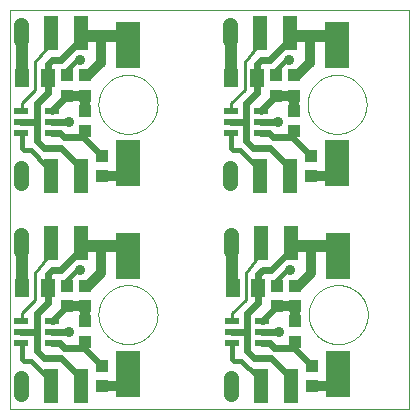
<source format=gtl>
G75*
%MOIN*%
%OFA0B0*%
%FSLAX25Y25*%
%IPPOS*%
%LPD*%
%AMOC8*
5,1,8,0,0,1.08239X$1,22.5*
%
%ADD10C,0.00000*%
%ADD11R,0.07874X0.15748*%
%ADD12R,0.04331X0.03937*%
%ADD13R,0.04724X0.11811*%
%ADD14C,0.05150*%
%ADD15R,0.05000X0.02200*%
%ADD16R,0.05118X0.06299*%
%ADD17C,0.01600*%
%ADD18C,0.01000*%
%ADD19C,0.03562*%
%ADD20C,0.02400*%
%ADD21C,0.04000*%
%ADD22C,0.03200*%
D10*
X0001310Y0001539D02*
X0134381Y0001539D01*
X0134381Y0134610D01*
X0001310Y0134610D01*
X0001310Y0001539D01*
X0030798Y0032996D02*
X0030801Y0033238D01*
X0030810Y0033479D01*
X0030825Y0033720D01*
X0030845Y0033961D01*
X0030872Y0034201D01*
X0030905Y0034440D01*
X0030943Y0034679D01*
X0030987Y0034916D01*
X0031037Y0035153D01*
X0031093Y0035388D01*
X0031155Y0035621D01*
X0031222Y0035853D01*
X0031295Y0036084D01*
X0031373Y0036312D01*
X0031458Y0036538D01*
X0031547Y0036763D01*
X0031642Y0036985D01*
X0031743Y0037204D01*
X0031849Y0037422D01*
X0031960Y0037636D01*
X0032077Y0037848D01*
X0032198Y0038056D01*
X0032325Y0038262D01*
X0032457Y0038464D01*
X0032594Y0038664D01*
X0032735Y0038859D01*
X0032881Y0039052D01*
X0033032Y0039240D01*
X0033188Y0039425D01*
X0033348Y0039606D01*
X0033512Y0039783D01*
X0033681Y0039956D01*
X0033854Y0040125D01*
X0034031Y0040289D01*
X0034212Y0040449D01*
X0034397Y0040605D01*
X0034585Y0040756D01*
X0034778Y0040902D01*
X0034973Y0041043D01*
X0035173Y0041180D01*
X0035375Y0041312D01*
X0035581Y0041439D01*
X0035789Y0041560D01*
X0036001Y0041677D01*
X0036215Y0041788D01*
X0036433Y0041894D01*
X0036652Y0041995D01*
X0036874Y0042090D01*
X0037099Y0042179D01*
X0037325Y0042264D01*
X0037553Y0042342D01*
X0037784Y0042415D01*
X0038016Y0042482D01*
X0038249Y0042544D01*
X0038484Y0042600D01*
X0038721Y0042650D01*
X0038958Y0042694D01*
X0039197Y0042732D01*
X0039436Y0042765D01*
X0039676Y0042792D01*
X0039917Y0042812D01*
X0040158Y0042827D01*
X0040399Y0042836D01*
X0040641Y0042839D01*
X0040883Y0042836D01*
X0041124Y0042827D01*
X0041365Y0042812D01*
X0041606Y0042792D01*
X0041846Y0042765D01*
X0042085Y0042732D01*
X0042324Y0042694D01*
X0042561Y0042650D01*
X0042798Y0042600D01*
X0043033Y0042544D01*
X0043266Y0042482D01*
X0043498Y0042415D01*
X0043729Y0042342D01*
X0043957Y0042264D01*
X0044183Y0042179D01*
X0044408Y0042090D01*
X0044630Y0041995D01*
X0044849Y0041894D01*
X0045067Y0041788D01*
X0045281Y0041677D01*
X0045493Y0041560D01*
X0045701Y0041439D01*
X0045907Y0041312D01*
X0046109Y0041180D01*
X0046309Y0041043D01*
X0046504Y0040902D01*
X0046697Y0040756D01*
X0046885Y0040605D01*
X0047070Y0040449D01*
X0047251Y0040289D01*
X0047428Y0040125D01*
X0047601Y0039956D01*
X0047770Y0039783D01*
X0047934Y0039606D01*
X0048094Y0039425D01*
X0048250Y0039240D01*
X0048401Y0039052D01*
X0048547Y0038859D01*
X0048688Y0038664D01*
X0048825Y0038464D01*
X0048957Y0038262D01*
X0049084Y0038056D01*
X0049205Y0037848D01*
X0049322Y0037636D01*
X0049433Y0037422D01*
X0049539Y0037204D01*
X0049640Y0036985D01*
X0049735Y0036763D01*
X0049824Y0036538D01*
X0049909Y0036312D01*
X0049987Y0036084D01*
X0050060Y0035853D01*
X0050127Y0035621D01*
X0050189Y0035388D01*
X0050245Y0035153D01*
X0050295Y0034916D01*
X0050339Y0034679D01*
X0050377Y0034440D01*
X0050410Y0034201D01*
X0050437Y0033961D01*
X0050457Y0033720D01*
X0050472Y0033479D01*
X0050481Y0033238D01*
X0050484Y0032996D01*
X0050481Y0032754D01*
X0050472Y0032513D01*
X0050457Y0032272D01*
X0050437Y0032031D01*
X0050410Y0031791D01*
X0050377Y0031552D01*
X0050339Y0031313D01*
X0050295Y0031076D01*
X0050245Y0030839D01*
X0050189Y0030604D01*
X0050127Y0030371D01*
X0050060Y0030139D01*
X0049987Y0029908D01*
X0049909Y0029680D01*
X0049824Y0029454D01*
X0049735Y0029229D01*
X0049640Y0029007D01*
X0049539Y0028788D01*
X0049433Y0028570D01*
X0049322Y0028356D01*
X0049205Y0028144D01*
X0049084Y0027936D01*
X0048957Y0027730D01*
X0048825Y0027528D01*
X0048688Y0027328D01*
X0048547Y0027133D01*
X0048401Y0026940D01*
X0048250Y0026752D01*
X0048094Y0026567D01*
X0047934Y0026386D01*
X0047770Y0026209D01*
X0047601Y0026036D01*
X0047428Y0025867D01*
X0047251Y0025703D01*
X0047070Y0025543D01*
X0046885Y0025387D01*
X0046697Y0025236D01*
X0046504Y0025090D01*
X0046309Y0024949D01*
X0046109Y0024812D01*
X0045907Y0024680D01*
X0045701Y0024553D01*
X0045493Y0024432D01*
X0045281Y0024315D01*
X0045067Y0024204D01*
X0044849Y0024098D01*
X0044630Y0023997D01*
X0044408Y0023902D01*
X0044183Y0023813D01*
X0043957Y0023728D01*
X0043729Y0023650D01*
X0043498Y0023577D01*
X0043266Y0023510D01*
X0043033Y0023448D01*
X0042798Y0023392D01*
X0042561Y0023342D01*
X0042324Y0023298D01*
X0042085Y0023260D01*
X0041846Y0023227D01*
X0041606Y0023200D01*
X0041365Y0023180D01*
X0041124Y0023165D01*
X0040883Y0023156D01*
X0040641Y0023153D01*
X0040399Y0023156D01*
X0040158Y0023165D01*
X0039917Y0023180D01*
X0039676Y0023200D01*
X0039436Y0023227D01*
X0039197Y0023260D01*
X0038958Y0023298D01*
X0038721Y0023342D01*
X0038484Y0023392D01*
X0038249Y0023448D01*
X0038016Y0023510D01*
X0037784Y0023577D01*
X0037553Y0023650D01*
X0037325Y0023728D01*
X0037099Y0023813D01*
X0036874Y0023902D01*
X0036652Y0023997D01*
X0036433Y0024098D01*
X0036215Y0024204D01*
X0036001Y0024315D01*
X0035789Y0024432D01*
X0035581Y0024553D01*
X0035375Y0024680D01*
X0035173Y0024812D01*
X0034973Y0024949D01*
X0034778Y0025090D01*
X0034585Y0025236D01*
X0034397Y0025387D01*
X0034212Y0025543D01*
X0034031Y0025703D01*
X0033854Y0025867D01*
X0033681Y0026036D01*
X0033512Y0026209D01*
X0033348Y0026386D01*
X0033188Y0026567D01*
X0033032Y0026752D01*
X0032881Y0026940D01*
X0032735Y0027133D01*
X0032594Y0027328D01*
X0032457Y0027528D01*
X0032325Y0027730D01*
X0032198Y0027936D01*
X0032077Y0028144D01*
X0031960Y0028356D01*
X0031849Y0028570D01*
X0031743Y0028788D01*
X0031642Y0029007D01*
X0031547Y0029229D01*
X0031458Y0029454D01*
X0031373Y0029680D01*
X0031295Y0029908D01*
X0031222Y0030139D01*
X0031155Y0030371D01*
X0031093Y0030604D01*
X0031037Y0030839D01*
X0030987Y0031076D01*
X0030943Y0031313D01*
X0030905Y0031552D01*
X0030872Y0031791D01*
X0030845Y0032031D01*
X0030825Y0032272D01*
X0030810Y0032513D01*
X0030801Y0032754D01*
X0030798Y0032996D01*
X0030798Y0103075D02*
X0030801Y0103317D01*
X0030810Y0103558D01*
X0030825Y0103799D01*
X0030845Y0104040D01*
X0030872Y0104280D01*
X0030905Y0104519D01*
X0030943Y0104758D01*
X0030987Y0104995D01*
X0031037Y0105232D01*
X0031093Y0105467D01*
X0031155Y0105700D01*
X0031222Y0105932D01*
X0031295Y0106163D01*
X0031373Y0106391D01*
X0031458Y0106617D01*
X0031547Y0106842D01*
X0031642Y0107064D01*
X0031743Y0107283D01*
X0031849Y0107501D01*
X0031960Y0107715D01*
X0032077Y0107927D01*
X0032198Y0108135D01*
X0032325Y0108341D01*
X0032457Y0108543D01*
X0032594Y0108743D01*
X0032735Y0108938D01*
X0032881Y0109131D01*
X0033032Y0109319D01*
X0033188Y0109504D01*
X0033348Y0109685D01*
X0033512Y0109862D01*
X0033681Y0110035D01*
X0033854Y0110204D01*
X0034031Y0110368D01*
X0034212Y0110528D01*
X0034397Y0110684D01*
X0034585Y0110835D01*
X0034778Y0110981D01*
X0034973Y0111122D01*
X0035173Y0111259D01*
X0035375Y0111391D01*
X0035581Y0111518D01*
X0035789Y0111639D01*
X0036001Y0111756D01*
X0036215Y0111867D01*
X0036433Y0111973D01*
X0036652Y0112074D01*
X0036874Y0112169D01*
X0037099Y0112258D01*
X0037325Y0112343D01*
X0037553Y0112421D01*
X0037784Y0112494D01*
X0038016Y0112561D01*
X0038249Y0112623D01*
X0038484Y0112679D01*
X0038721Y0112729D01*
X0038958Y0112773D01*
X0039197Y0112811D01*
X0039436Y0112844D01*
X0039676Y0112871D01*
X0039917Y0112891D01*
X0040158Y0112906D01*
X0040399Y0112915D01*
X0040641Y0112918D01*
X0040883Y0112915D01*
X0041124Y0112906D01*
X0041365Y0112891D01*
X0041606Y0112871D01*
X0041846Y0112844D01*
X0042085Y0112811D01*
X0042324Y0112773D01*
X0042561Y0112729D01*
X0042798Y0112679D01*
X0043033Y0112623D01*
X0043266Y0112561D01*
X0043498Y0112494D01*
X0043729Y0112421D01*
X0043957Y0112343D01*
X0044183Y0112258D01*
X0044408Y0112169D01*
X0044630Y0112074D01*
X0044849Y0111973D01*
X0045067Y0111867D01*
X0045281Y0111756D01*
X0045493Y0111639D01*
X0045701Y0111518D01*
X0045907Y0111391D01*
X0046109Y0111259D01*
X0046309Y0111122D01*
X0046504Y0110981D01*
X0046697Y0110835D01*
X0046885Y0110684D01*
X0047070Y0110528D01*
X0047251Y0110368D01*
X0047428Y0110204D01*
X0047601Y0110035D01*
X0047770Y0109862D01*
X0047934Y0109685D01*
X0048094Y0109504D01*
X0048250Y0109319D01*
X0048401Y0109131D01*
X0048547Y0108938D01*
X0048688Y0108743D01*
X0048825Y0108543D01*
X0048957Y0108341D01*
X0049084Y0108135D01*
X0049205Y0107927D01*
X0049322Y0107715D01*
X0049433Y0107501D01*
X0049539Y0107283D01*
X0049640Y0107064D01*
X0049735Y0106842D01*
X0049824Y0106617D01*
X0049909Y0106391D01*
X0049987Y0106163D01*
X0050060Y0105932D01*
X0050127Y0105700D01*
X0050189Y0105467D01*
X0050245Y0105232D01*
X0050295Y0104995D01*
X0050339Y0104758D01*
X0050377Y0104519D01*
X0050410Y0104280D01*
X0050437Y0104040D01*
X0050457Y0103799D01*
X0050472Y0103558D01*
X0050481Y0103317D01*
X0050484Y0103075D01*
X0050481Y0102833D01*
X0050472Y0102592D01*
X0050457Y0102351D01*
X0050437Y0102110D01*
X0050410Y0101870D01*
X0050377Y0101631D01*
X0050339Y0101392D01*
X0050295Y0101155D01*
X0050245Y0100918D01*
X0050189Y0100683D01*
X0050127Y0100450D01*
X0050060Y0100218D01*
X0049987Y0099987D01*
X0049909Y0099759D01*
X0049824Y0099533D01*
X0049735Y0099308D01*
X0049640Y0099086D01*
X0049539Y0098867D01*
X0049433Y0098649D01*
X0049322Y0098435D01*
X0049205Y0098223D01*
X0049084Y0098015D01*
X0048957Y0097809D01*
X0048825Y0097607D01*
X0048688Y0097407D01*
X0048547Y0097212D01*
X0048401Y0097019D01*
X0048250Y0096831D01*
X0048094Y0096646D01*
X0047934Y0096465D01*
X0047770Y0096288D01*
X0047601Y0096115D01*
X0047428Y0095946D01*
X0047251Y0095782D01*
X0047070Y0095622D01*
X0046885Y0095466D01*
X0046697Y0095315D01*
X0046504Y0095169D01*
X0046309Y0095028D01*
X0046109Y0094891D01*
X0045907Y0094759D01*
X0045701Y0094632D01*
X0045493Y0094511D01*
X0045281Y0094394D01*
X0045067Y0094283D01*
X0044849Y0094177D01*
X0044630Y0094076D01*
X0044408Y0093981D01*
X0044183Y0093892D01*
X0043957Y0093807D01*
X0043729Y0093729D01*
X0043498Y0093656D01*
X0043266Y0093589D01*
X0043033Y0093527D01*
X0042798Y0093471D01*
X0042561Y0093421D01*
X0042324Y0093377D01*
X0042085Y0093339D01*
X0041846Y0093306D01*
X0041606Y0093279D01*
X0041365Y0093259D01*
X0041124Y0093244D01*
X0040883Y0093235D01*
X0040641Y0093232D01*
X0040399Y0093235D01*
X0040158Y0093244D01*
X0039917Y0093259D01*
X0039676Y0093279D01*
X0039436Y0093306D01*
X0039197Y0093339D01*
X0038958Y0093377D01*
X0038721Y0093421D01*
X0038484Y0093471D01*
X0038249Y0093527D01*
X0038016Y0093589D01*
X0037784Y0093656D01*
X0037553Y0093729D01*
X0037325Y0093807D01*
X0037099Y0093892D01*
X0036874Y0093981D01*
X0036652Y0094076D01*
X0036433Y0094177D01*
X0036215Y0094283D01*
X0036001Y0094394D01*
X0035789Y0094511D01*
X0035581Y0094632D01*
X0035375Y0094759D01*
X0035173Y0094891D01*
X0034973Y0095028D01*
X0034778Y0095169D01*
X0034585Y0095315D01*
X0034397Y0095466D01*
X0034212Y0095622D01*
X0034031Y0095782D01*
X0033854Y0095946D01*
X0033681Y0096115D01*
X0033512Y0096288D01*
X0033348Y0096465D01*
X0033188Y0096646D01*
X0033032Y0096831D01*
X0032881Y0097019D01*
X0032735Y0097212D01*
X0032594Y0097407D01*
X0032457Y0097607D01*
X0032325Y0097809D01*
X0032198Y0098015D01*
X0032077Y0098223D01*
X0031960Y0098435D01*
X0031849Y0098649D01*
X0031743Y0098867D01*
X0031642Y0099086D01*
X0031547Y0099308D01*
X0031458Y0099533D01*
X0031373Y0099759D01*
X0031295Y0099987D01*
X0031222Y0100218D01*
X0031155Y0100450D01*
X0031093Y0100683D01*
X0031037Y0100918D01*
X0030987Y0101155D01*
X0030943Y0101392D01*
X0030905Y0101631D01*
X0030872Y0101870D01*
X0030845Y0102110D01*
X0030825Y0102351D01*
X0030810Y0102592D01*
X0030801Y0102833D01*
X0030798Y0103075D01*
X0100483Y0103075D02*
X0100486Y0103317D01*
X0100495Y0103558D01*
X0100510Y0103799D01*
X0100530Y0104040D01*
X0100557Y0104280D01*
X0100590Y0104519D01*
X0100628Y0104758D01*
X0100672Y0104995D01*
X0100722Y0105232D01*
X0100778Y0105467D01*
X0100840Y0105700D01*
X0100907Y0105932D01*
X0100980Y0106163D01*
X0101058Y0106391D01*
X0101143Y0106617D01*
X0101232Y0106842D01*
X0101327Y0107064D01*
X0101428Y0107283D01*
X0101534Y0107501D01*
X0101645Y0107715D01*
X0101762Y0107927D01*
X0101883Y0108135D01*
X0102010Y0108341D01*
X0102142Y0108543D01*
X0102279Y0108743D01*
X0102420Y0108938D01*
X0102566Y0109131D01*
X0102717Y0109319D01*
X0102873Y0109504D01*
X0103033Y0109685D01*
X0103197Y0109862D01*
X0103366Y0110035D01*
X0103539Y0110204D01*
X0103716Y0110368D01*
X0103897Y0110528D01*
X0104082Y0110684D01*
X0104270Y0110835D01*
X0104463Y0110981D01*
X0104658Y0111122D01*
X0104858Y0111259D01*
X0105060Y0111391D01*
X0105266Y0111518D01*
X0105474Y0111639D01*
X0105686Y0111756D01*
X0105900Y0111867D01*
X0106118Y0111973D01*
X0106337Y0112074D01*
X0106559Y0112169D01*
X0106784Y0112258D01*
X0107010Y0112343D01*
X0107238Y0112421D01*
X0107469Y0112494D01*
X0107701Y0112561D01*
X0107934Y0112623D01*
X0108169Y0112679D01*
X0108406Y0112729D01*
X0108643Y0112773D01*
X0108882Y0112811D01*
X0109121Y0112844D01*
X0109361Y0112871D01*
X0109602Y0112891D01*
X0109843Y0112906D01*
X0110084Y0112915D01*
X0110326Y0112918D01*
X0110568Y0112915D01*
X0110809Y0112906D01*
X0111050Y0112891D01*
X0111291Y0112871D01*
X0111531Y0112844D01*
X0111770Y0112811D01*
X0112009Y0112773D01*
X0112246Y0112729D01*
X0112483Y0112679D01*
X0112718Y0112623D01*
X0112951Y0112561D01*
X0113183Y0112494D01*
X0113414Y0112421D01*
X0113642Y0112343D01*
X0113868Y0112258D01*
X0114093Y0112169D01*
X0114315Y0112074D01*
X0114534Y0111973D01*
X0114752Y0111867D01*
X0114966Y0111756D01*
X0115178Y0111639D01*
X0115386Y0111518D01*
X0115592Y0111391D01*
X0115794Y0111259D01*
X0115994Y0111122D01*
X0116189Y0110981D01*
X0116382Y0110835D01*
X0116570Y0110684D01*
X0116755Y0110528D01*
X0116936Y0110368D01*
X0117113Y0110204D01*
X0117286Y0110035D01*
X0117455Y0109862D01*
X0117619Y0109685D01*
X0117779Y0109504D01*
X0117935Y0109319D01*
X0118086Y0109131D01*
X0118232Y0108938D01*
X0118373Y0108743D01*
X0118510Y0108543D01*
X0118642Y0108341D01*
X0118769Y0108135D01*
X0118890Y0107927D01*
X0119007Y0107715D01*
X0119118Y0107501D01*
X0119224Y0107283D01*
X0119325Y0107064D01*
X0119420Y0106842D01*
X0119509Y0106617D01*
X0119594Y0106391D01*
X0119672Y0106163D01*
X0119745Y0105932D01*
X0119812Y0105700D01*
X0119874Y0105467D01*
X0119930Y0105232D01*
X0119980Y0104995D01*
X0120024Y0104758D01*
X0120062Y0104519D01*
X0120095Y0104280D01*
X0120122Y0104040D01*
X0120142Y0103799D01*
X0120157Y0103558D01*
X0120166Y0103317D01*
X0120169Y0103075D01*
X0120166Y0102833D01*
X0120157Y0102592D01*
X0120142Y0102351D01*
X0120122Y0102110D01*
X0120095Y0101870D01*
X0120062Y0101631D01*
X0120024Y0101392D01*
X0119980Y0101155D01*
X0119930Y0100918D01*
X0119874Y0100683D01*
X0119812Y0100450D01*
X0119745Y0100218D01*
X0119672Y0099987D01*
X0119594Y0099759D01*
X0119509Y0099533D01*
X0119420Y0099308D01*
X0119325Y0099086D01*
X0119224Y0098867D01*
X0119118Y0098649D01*
X0119007Y0098435D01*
X0118890Y0098223D01*
X0118769Y0098015D01*
X0118642Y0097809D01*
X0118510Y0097607D01*
X0118373Y0097407D01*
X0118232Y0097212D01*
X0118086Y0097019D01*
X0117935Y0096831D01*
X0117779Y0096646D01*
X0117619Y0096465D01*
X0117455Y0096288D01*
X0117286Y0096115D01*
X0117113Y0095946D01*
X0116936Y0095782D01*
X0116755Y0095622D01*
X0116570Y0095466D01*
X0116382Y0095315D01*
X0116189Y0095169D01*
X0115994Y0095028D01*
X0115794Y0094891D01*
X0115592Y0094759D01*
X0115386Y0094632D01*
X0115178Y0094511D01*
X0114966Y0094394D01*
X0114752Y0094283D01*
X0114534Y0094177D01*
X0114315Y0094076D01*
X0114093Y0093981D01*
X0113868Y0093892D01*
X0113642Y0093807D01*
X0113414Y0093729D01*
X0113183Y0093656D01*
X0112951Y0093589D01*
X0112718Y0093527D01*
X0112483Y0093471D01*
X0112246Y0093421D01*
X0112009Y0093377D01*
X0111770Y0093339D01*
X0111531Y0093306D01*
X0111291Y0093279D01*
X0111050Y0093259D01*
X0110809Y0093244D01*
X0110568Y0093235D01*
X0110326Y0093232D01*
X0110084Y0093235D01*
X0109843Y0093244D01*
X0109602Y0093259D01*
X0109361Y0093279D01*
X0109121Y0093306D01*
X0108882Y0093339D01*
X0108643Y0093377D01*
X0108406Y0093421D01*
X0108169Y0093471D01*
X0107934Y0093527D01*
X0107701Y0093589D01*
X0107469Y0093656D01*
X0107238Y0093729D01*
X0107010Y0093807D01*
X0106784Y0093892D01*
X0106559Y0093981D01*
X0106337Y0094076D01*
X0106118Y0094177D01*
X0105900Y0094283D01*
X0105686Y0094394D01*
X0105474Y0094511D01*
X0105266Y0094632D01*
X0105060Y0094759D01*
X0104858Y0094891D01*
X0104658Y0095028D01*
X0104463Y0095169D01*
X0104270Y0095315D01*
X0104082Y0095466D01*
X0103897Y0095622D01*
X0103716Y0095782D01*
X0103539Y0095946D01*
X0103366Y0096115D01*
X0103197Y0096288D01*
X0103033Y0096465D01*
X0102873Y0096646D01*
X0102717Y0096831D01*
X0102566Y0097019D01*
X0102420Y0097212D01*
X0102279Y0097407D01*
X0102142Y0097607D01*
X0102010Y0097809D01*
X0101883Y0098015D01*
X0101762Y0098223D01*
X0101645Y0098435D01*
X0101534Y0098649D01*
X0101428Y0098867D01*
X0101327Y0099086D01*
X0101232Y0099308D01*
X0101143Y0099533D01*
X0101058Y0099759D01*
X0100980Y0099987D01*
X0100907Y0100218D01*
X0100840Y0100450D01*
X0100778Y0100683D01*
X0100722Y0100918D01*
X0100672Y0101155D01*
X0100628Y0101392D01*
X0100590Y0101631D01*
X0100557Y0101870D01*
X0100530Y0102110D01*
X0100510Y0102351D01*
X0100495Y0102592D01*
X0100486Y0102833D01*
X0100483Y0103075D01*
X0100876Y0032996D02*
X0100879Y0033238D01*
X0100888Y0033479D01*
X0100903Y0033720D01*
X0100923Y0033961D01*
X0100950Y0034201D01*
X0100983Y0034440D01*
X0101021Y0034679D01*
X0101065Y0034916D01*
X0101115Y0035153D01*
X0101171Y0035388D01*
X0101233Y0035621D01*
X0101300Y0035853D01*
X0101373Y0036084D01*
X0101451Y0036312D01*
X0101536Y0036538D01*
X0101625Y0036763D01*
X0101720Y0036985D01*
X0101821Y0037204D01*
X0101927Y0037422D01*
X0102038Y0037636D01*
X0102155Y0037848D01*
X0102276Y0038056D01*
X0102403Y0038262D01*
X0102535Y0038464D01*
X0102672Y0038664D01*
X0102813Y0038859D01*
X0102959Y0039052D01*
X0103110Y0039240D01*
X0103266Y0039425D01*
X0103426Y0039606D01*
X0103590Y0039783D01*
X0103759Y0039956D01*
X0103932Y0040125D01*
X0104109Y0040289D01*
X0104290Y0040449D01*
X0104475Y0040605D01*
X0104663Y0040756D01*
X0104856Y0040902D01*
X0105051Y0041043D01*
X0105251Y0041180D01*
X0105453Y0041312D01*
X0105659Y0041439D01*
X0105867Y0041560D01*
X0106079Y0041677D01*
X0106293Y0041788D01*
X0106511Y0041894D01*
X0106730Y0041995D01*
X0106952Y0042090D01*
X0107177Y0042179D01*
X0107403Y0042264D01*
X0107631Y0042342D01*
X0107862Y0042415D01*
X0108094Y0042482D01*
X0108327Y0042544D01*
X0108562Y0042600D01*
X0108799Y0042650D01*
X0109036Y0042694D01*
X0109275Y0042732D01*
X0109514Y0042765D01*
X0109754Y0042792D01*
X0109995Y0042812D01*
X0110236Y0042827D01*
X0110477Y0042836D01*
X0110719Y0042839D01*
X0110961Y0042836D01*
X0111202Y0042827D01*
X0111443Y0042812D01*
X0111684Y0042792D01*
X0111924Y0042765D01*
X0112163Y0042732D01*
X0112402Y0042694D01*
X0112639Y0042650D01*
X0112876Y0042600D01*
X0113111Y0042544D01*
X0113344Y0042482D01*
X0113576Y0042415D01*
X0113807Y0042342D01*
X0114035Y0042264D01*
X0114261Y0042179D01*
X0114486Y0042090D01*
X0114708Y0041995D01*
X0114927Y0041894D01*
X0115145Y0041788D01*
X0115359Y0041677D01*
X0115571Y0041560D01*
X0115779Y0041439D01*
X0115985Y0041312D01*
X0116187Y0041180D01*
X0116387Y0041043D01*
X0116582Y0040902D01*
X0116775Y0040756D01*
X0116963Y0040605D01*
X0117148Y0040449D01*
X0117329Y0040289D01*
X0117506Y0040125D01*
X0117679Y0039956D01*
X0117848Y0039783D01*
X0118012Y0039606D01*
X0118172Y0039425D01*
X0118328Y0039240D01*
X0118479Y0039052D01*
X0118625Y0038859D01*
X0118766Y0038664D01*
X0118903Y0038464D01*
X0119035Y0038262D01*
X0119162Y0038056D01*
X0119283Y0037848D01*
X0119400Y0037636D01*
X0119511Y0037422D01*
X0119617Y0037204D01*
X0119718Y0036985D01*
X0119813Y0036763D01*
X0119902Y0036538D01*
X0119987Y0036312D01*
X0120065Y0036084D01*
X0120138Y0035853D01*
X0120205Y0035621D01*
X0120267Y0035388D01*
X0120323Y0035153D01*
X0120373Y0034916D01*
X0120417Y0034679D01*
X0120455Y0034440D01*
X0120488Y0034201D01*
X0120515Y0033961D01*
X0120535Y0033720D01*
X0120550Y0033479D01*
X0120559Y0033238D01*
X0120562Y0032996D01*
X0120559Y0032754D01*
X0120550Y0032513D01*
X0120535Y0032272D01*
X0120515Y0032031D01*
X0120488Y0031791D01*
X0120455Y0031552D01*
X0120417Y0031313D01*
X0120373Y0031076D01*
X0120323Y0030839D01*
X0120267Y0030604D01*
X0120205Y0030371D01*
X0120138Y0030139D01*
X0120065Y0029908D01*
X0119987Y0029680D01*
X0119902Y0029454D01*
X0119813Y0029229D01*
X0119718Y0029007D01*
X0119617Y0028788D01*
X0119511Y0028570D01*
X0119400Y0028356D01*
X0119283Y0028144D01*
X0119162Y0027936D01*
X0119035Y0027730D01*
X0118903Y0027528D01*
X0118766Y0027328D01*
X0118625Y0027133D01*
X0118479Y0026940D01*
X0118328Y0026752D01*
X0118172Y0026567D01*
X0118012Y0026386D01*
X0117848Y0026209D01*
X0117679Y0026036D01*
X0117506Y0025867D01*
X0117329Y0025703D01*
X0117148Y0025543D01*
X0116963Y0025387D01*
X0116775Y0025236D01*
X0116582Y0025090D01*
X0116387Y0024949D01*
X0116187Y0024812D01*
X0115985Y0024680D01*
X0115779Y0024553D01*
X0115571Y0024432D01*
X0115359Y0024315D01*
X0115145Y0024204D01*
X0114927Y0024098D01*
X0114708Y0023997D01*
X0114486Y0023902D01*
X0114261Y0023813D01*
X0114035Y0023728D01*
X0113807Y0023650D01*
X0113576Y0023577D01*
X0113344Y0023510D01*
X0113111Y0023448D01*
X0112876Y0023392D01*
X0112639Y0023342D01*
X0112402Y0023298D01*
X0112163Y0023260D01*
X0111924Y0023227D01*
X0111684Y0023200D01*
X0111443Y0023180D01*
X0111202Y0023165D01*
X0110961Y0023156D01*
X0110719Y0023153D01*
X0110477Y0023156D01*
X0110236Y0023165D01*
X0109995Y0023180D01*
X0109754Y0023200D01*
X0109514Y0023227D01*
X0109275Y0023260D01*
X0109036Y0023298D01*
X0108799Y0023342D01*
X0108562Y0023392D01*
X0108327Y0023448D01*
X0108094Y0023510D01*
X0107862Y0023577D01*
X0107631Y0023650D01*
X0107403Y0023728D01*
X0107177Y0023813D01*
X0106952Y0023902D01*
X0106730Y0023997D01*
X0106511Y0024098D01*
X0106293Y0024204D01*
X0106079Y0024315D01*
X0105867Y0024432D01*
X0105659Y0024553D01*
X0105453Y0024680D01*
X0105251Y0024812D01*
X0105051Y0024949D01*
X0104856Y0025090D01*
X0104663Y0025236D01*
X0104475Y0025387D01*
X0104290Y0025543D01*
X0104109Y0025703D01*
X0103932Y0025867D01*
X0103759Y0026036D01*
X0103590Y0026209D01*
X0103426Y0026386D01*
X0103266Y0026567D01*
X0103110Y0026752D01*
X0102959Y0026940D01*
X0102813Y0027133D01*
X0102672Y0027328D01*
X0102535Y0027528D01*
X0102403Y0027730D01*
X0102276Y0027936D01*
X0102155Y0028144D01*
X0102038Y0028356D01*
X0101927Y0028570D01*
X0101821Y0028788D01*
X0101720Y0029007D01*
X0101625Y0029229D01*
X0101536Y0029454D01*
X0101451Y0029680D01*
X0101373Y0029908D01*
X0101300Y0030139D01*
X0101233Y0030371D01*
X0101171Y0030604D01*
X0101115Y0030839D01*
X0101065Y0031076D01*
X0101021Y0031313D01*
X0100983Y0031552D01*
X0100950Y0031791D01*
X0100923Y0032031D01*
X0100903Y0032272D01*
X0100888Y0032513D01*
X0100879Y0032754D01*
X0100876Y0032996D01*
D11*
X0110719Y0052681D03*
X0110326Y0083390D03*
X0110326Y0122760D03*
X0040641Y0122760D03*
X0040641Y0083390D03*
X0040641Y0052681D03*
X0040641Y0013311D03*
X0110719Y0013311D03*
D12*
X0102058Y0015870D03*
X0102058Y0009177D03*
X0096310Y0024020D03*
X0096310Y0030713D03*
X0096310Y0035949D03*
X0090365Y0035949D03*
X0090365Y0042642D03*
X0096310Y0042642D03*
X0101664Y0079256D03*
X0101664Y0085949D03*
X0095916Y0094098D03*
X0095916Y0100791D03*
X0095916Y0106028D03*
X0089971Y0106028D03*
X0089971Y0112720D03*
X0095916Y0112720D03*
X0031979Y0085949D03*
X0031979Y0079256D03*
X0026231Y0094098D03*
X0026231Y0100791D03*
X0026231Y0106028D03*
X0020286Y0106028D03*
X0020286Y0112720D03*
X0026231Y0112720D03*
X0026231Y0042642D03*
X0020286Y0042642D03*
X0020286Y0035949D03*
X0026231Y0035949D03*
X0026231Y0030713D03*
X0026231Y0024020D03*
X0031979Y0015870D03*
X0031979Y0009177D03*
D13*
X0025050Y0009217D03*
X0015050Y0009217D03*
X0015050Y0056933D03*
X0025050Y0056933D03*
X0025050Y0079295D03*
X0015050Y0079295D03*
X0015050Y0127012D03*
X0025050Y0127012D03*
X0084735Y0127012D03*
X0094735Y0127012D03*
X0094735Y0079295D03*
X0084735Y0079295D03*
X0085129Y0056933D03*
X0095129Y0056933D03*
X0095129Y0009217D03*
X0085129Y0009217D03*
D14*
X0075129Y0011791D02*
X0075129Y0006642D01*
X0075129Y0054358D02*
X0075129Y0059508D01*
X0074735Y0076720D02*
X0074735Y0081870D01*
X0074735Y0124437D02*
X0074735Y0129587D01*
X0005050Y0129587D02*
X0005050Y0124437D01*
X0005050Y0081870D02*
X0005050Y0076720D01*
X0005050Y0059508D02*
X0005050Y0054358D01*
X0005050Y0011791D02*
X0005050Y0006642D01*
D15*
X0005147Y0023469D03*
X0005147Y0027169D03*
X0005147Y0030869D03*
X0015347Y0030869D03*
X0015347Y0027169D03*
X0015347Y0023469D03*
X0075226Y0023469D03*
X0075226Y0027169D03*
X0075226Y0030869D03*
X0085426Y0030869D03*
X0085426Y0027169D03*
X0085426Y0023469D03*
X0085032Y0093548D03*
X0085032Y0097248D03*
X0085032Y0100948D03*
X0074832Y0100948D03*
X0074832Y0097248D03*
X0074832Y0093548D03*
X0015347Y0093548D03*
X0015347Y0097248D03*
X0015347Y0100948D03*
X0005147Y0100948D03*
X0005147Y0097248D03*
X0005147Y0093548D03*
D16*
X0005404Y0111933D03*
X0014066Y0111933D03*
X0075089Y0111933D03*
X0083751Y0111933D03*
X0084144Y0041854D03*
X0075483Y0041854D03*
X0014066Y0041854D03*
X0005404Y0041854D03*
D17*
X0015347Y0030869D02*
X0015543Y0030673D01*
X0025444Y0023469D02*
X0026231Y0024020D01*
X0015444Y0013311D02*
X0015444Y0011343D01*
X0014263Y0012524D01*
X0013475Y0012524D01*
X0008357Y0017642D01*
X0005995Y0017642D01*
X0005285Y0018351D01*
X0005285Y0023469D01*
X0005147Y0023469D01*
X0015444Y0011343D02*
X0015444Y0009610D01*
X0015050Y0009217D01*
X0020286Y0042642D02*
X0020286Y0044531D01*
X0023711Y0047957D01*
X0024499Y0047957D01*
X0024105Y0053862D02*
X0024105Y0055594D01*
X0025050Y0056933D01*
X0039459Y0055831D02*
X0040641Y0052681D01*
X0041428Y0054650D01*
X0040641Y0053862D01*
X0040641Y0052681D01*
X0015050Y0079295D02*
X0015444Y0079689D01*
X0015444Y0081421D01*
X0014263Y0082602D01*
X0013475Y0082602D01*
X0008357Y0087720D01*
X0005995Y0087720D01*
X0005285Y0088430D01*
X0005285Y0093548D01*
X0005147Y0093548D01*
X0015347Y0100948D02*
X0015543Y0100752D01*
X0025444Y0093548D02*
X0026231Y0094098D01*
X0015444Y0083390D02*
X0015444Y0081421D01*
X0020286Y0112720D02*
X0020286Y0114610D01*
X0023711Y0118035D01*
X0024499Y0118035D01*
X0024105Y0123941D02*
X0024105Y0125673D01*
X0025050Y0127012D01*
X0039459Y0125909D02*
X0040641Y0122760D01*
X0041428Y0124728D01*
X0040641Y0123941D01*
X0040641Y0122760D01*
X0074832Y0093548D02*
X0074970Y0093548D01*
X0074970Y0088430D01*
X0075680Y0087720D01*
X0078042Y0087720D01*
X0083160Y0082602D01*
X0083948Y0082602D01*
X0085129Y0081421D01*
X0085129Y0079689D01*
X0084735Y0079295D01*
X0085129Y0081421D02*
X0085129Y0083390D01*
X0095130Y0093548D02*
X0095916Y0094098D01*
X0085228Y0100752D02*
X0085032Y0100948D01*
X0089971Y0112720D02*
X0089971Y0114610D01*
X0093396Y0118035D01*
X0094184Y0118035D01*
X0093790Y0123941D02*
X0093790Y0125673D01*
X0094735Y0127012D01*
X0109144Y0125909D02*
X0110326Y0122760D01*
X0111113Y0124728D01*
X0110326Y0123941D01*
X0110326Y0122760D01*
X0109538Y0055831D02*
X0110719Y0052681D01*
X0111507Y0054650D01*
X0110719Y0053862D01*
X0110719Y0052681D01*
X0095129Y0056933D02*
X0094184Y0055594D01*
X0094184Y0053862D01*
X0093790Y0047957D02*
X0094578Y0047957D01*
X0093790Y0047957D02*
X0090365Y0044531D01*
X0090365Y0042642D01*
X0085426Y0030869D02*
X0085622Y0030673D01*
X0095523Y0023469D02*
X0096310Y0024020D01*
X0085522Y0013311D02*
X0085522Y0011343D01*
X0084341Y0012524D01*
X0083554Y0012524D01*
X0078436Y0017642D01*
X0076074Y0017642D01*
X0075364Y0018351D01*
X0075364Y0023469D01*
X0075226Y0023469D01*
X0085522Y0011343D02*
X0085522Y0009610D01*
X0085129Y0009217D01*
D18*
X0075226Y0030869D02*
X0075286Y0030930D01*
X0075286Y0033390D01*
X0079893Y0037957D01*
X0079893Y0047012D01*
X0085129Y0053469D01*
X0085129Y0056933D01*
X0074832Y0100948D02*
X0074893Y0101009D01*
X0074893Y0103469D01*
X0079499Y0108035D01*
X0079499Y0117091D01*
X0084735Y0123547D01*
X0084735Y0127012D01*
X0015050Y0127012D02*
X0015050Y0123547D01*
X0009814Y0117091D01*
X0009814Y0108035D01*
X0005207Y0103469D01*
X0005207Y0101009D01*
X0005147Y0100948D01*
X0015050Y0056933D02*
X0015050Y0053469D01*
X0009814Y0047012D01*
X0009814Y0037957D01*
X0005207Y0033390D01*
X0005207Y0030930D01*
X0005147Y0030869D01*
D19*
X0020837Y0027091D03*
X0024499Y0047957D03*
X0020837Y0097169D03*
X0024499Y0118035D03*
X0090522Y0097169D03*
X0094184Y0118035D03*
X0094578Y0047957D03*
X0090916Y0027091D03*
D20*
X0090837Y0027169D01*
X0085426Y0027169D01*
X0085426Y0023469D02*
X0087963Y0023469D01*
X0089459Y0021972D01*
X0095562Y0021972D01*
X0095759Y0022169D01*
X0102058Y0015870D01*
X0095759Y0022169D02*
X0095759Y0023075D01*
X0096310Y0024020D01*
X0088278Y0018429D02*
X0094971Y0011736D01*
X0094971Y0009374D01*
X0095129Y0009217D01*
X0088278Y0018429D02*
X0082767Y0018429D01*
X0080404Y0020791D01*
X0080404Y0026697D01*
X0079932Y0027169D01*
X0075226Y0027169D01*
X0080404Y0026697D02*
X0080404Y0033390D01*
X0083948Y0036933D01*
X0083948Y0041657D01*
X0084144Y0041854D01*
X0083948Y0041657D02*
X0083948Y0046382D01*
X0085522Y0047957D01*
X0088278Y0047957D01*
X0094184Y0053862D01*
X0101664Y0055043D02*
X0102452Y0055831D01*
X0090365Y0035949D02*
X0085426Y0031009D01*
X0085426Y0030869D01*
X0094735Y0079295D02*
X0094578Y0079453D01*
X0094578Y0081815D01*
X0087885Y0088508D01*
X0082373Y0088508D01*
X0080011Y0090870D01*
X0080011Y0096776D01*
X0079538Y0097248D01*
X0074832Y0097248D01*
X0080011Y0096776D02*
X0080011Y0103469D01*
X0083554Y0107012D01*
X0083554Y0111736D01*
X0083751Y0111933D01*
X0083554Y0111736D02*
X0083554Y0116461D01*
X0085129Y0118035D01*
X0087885Y0118035D01*
X0093790Y0123941D01*
X0101270Y0125122D02*
X0102058Y0125909D01*
X0089971Y0106028D02*
X0085032Y0101088D01*
X0085032Y0100948D01*
X0085032Y0097248D02*
X0090444Y0097248D01*
X0090522Y0097169D01*
X0087569Y0093548D02*
X0089066Y0092051D01*
X0095168Y0092051D01*
X0095365Y0092248D01*
X0101664Y0085949D01*
X0095365Y0092248D02*
X0095365Y0093154D01*
X0095916Y0094098D01*
X0087569Y0093548D02*
X0085032Y0093548D01*
X0031979Y0085949D02*
X0025680Y0092248D01*
X0025483Y0092051D01*
X0019381Y0092051D01*
X0017884Y0093548D01*
X0015347Y0093548D01*
X0015347Y0097248D02*
X0020759Y0097248D01*
X0020837Y0097169D01*
X0026231Y0094098D02*
X0025680Y0093154D01*
X0025680Y0092248D01*
X0018200Y0088508D02*
X0024893Y0081815D01*
X0024893Y0079453D01*
X0025050Y0079295D01*
X0018200Y0088508D02*
X0012688Y0088508D01*
X0010326Y0090870D01*
X0010326Y0096776D01*
X0009853Y0097248D01*
X0005147Y0097248D01*
X0010326Y0096776D02*
X0010326Y0103469D01*
X0013869Y0107012D01*
X0013869Y0111736D01*
X0014066Y0111933D01*
X0013869Y0111736D02*
X0013869Y0116461D01*
X0015444Y0118035D01*
X0018200Y0118035D01*
X0024105Y0123941D01*
X0031585Y0125122D02*
X0032373Y0125909D01*
X0020286Y0106028D02*
X0015347Y0101088D01*
X0015347Y0100948D01*
X0032373Y0055831D02*
X0031585Y0055043D01*
X0024105Y0053862D02*
X0018200Y0047957D01*
X0015444Y0047957D01*
X0013869Y0046382D01*
X0013869Y0041657D01*
X0013869Y0036933D01*
X0010326Y0033390D01*
X0010326Y0026697D01*
X0009853Y0027169D01*
X0005147Y0027169D01*
X0010326Y0026697D02*
X0010326Y0020791D01*
X0012688Y0018429D01*
X0018200Y0018429D01*
X0024893Y0011736D01*
X0024893Y0009374D01*
X0025050Y0009217D01*
X0031979Y0015870D02*
X0025680Y0022169D01*
X0025483Y0021972D01*
X0019381Y0021972D01*
X0017884Y0023469D01*
X0015347Y0023469D01*
X0015347Y0027169D02*
X0020759Y0027169D01*
X0020837Y0027091D01*
X0026231Y0024020D02*
X0025680Y0023075D01*
X0025680Y0022169D01*
X0015347Y0030869D02*
X0015347Y0031009D01*
X0020286Y0035949D01*
X0014066Y0041854D02*
X0013869Y0041657D01*
D21*
X0005404Y0041854D02*
X0005148Y0042504D01*
X0005148Y0056835D01*
X0005050Y0056933D01*
X0025050Y0056933D02*
X0026152Y0055831D01*
X0032373Y0055831D01*
X0039459Y0055831D01*
X0075129Y0056933D02*
X0075227Y0056835D01*
X0075227Y0042504D01*
X0075483Y0041854D01*
X0095129Y0056933D02*
X0096231Y0055831D01*
X0102452Y0055831D01*
X0109538Y0055831D01*
X0075089Y0111933D02*
X0074833Y0112583D01*
X0074833Y0126913D01*
X0074735Y0127012D01*
X0094735Y0127012D02*
X0095837Y0125909D01*
X0102058Y0125909D01*
X0109144Y0125909D01*
X0039459Y0125909D02*
X0032373Y0125909D01*
X0026152Y0125909D01*
X0025050Y0127012D01*
X0005148Y0126913D02*
X0005148Y0112583D01*
X0005404Y0111933D01*
X0005148Y0126913D02*
X0005050Y0127012D01*
D22*
X0026231Y0112720D02*
X0027452Y0112720D01*
X0031585Y0116854D01*
X0031585Y0125122D01*
X0026231Y0106028D02*
X0020286Y0106028D01*
X0020286Y0105887D01*
X0026231Y0106028D02*
X0026231Y0100791D01*
X0040641Y0083390D02*
X0040641Y0078665D01*
X0040050Y0079256D01*
X0031979Y0079256D01*
X0031585Y0055043D02*
X0031585Y0046776D01*
X0027452Y0042642D01*
X0026231Y0042642D01*
X0026231Y0035949D02*
X0020286Y0035949D01*
X0020286Y0035809D01*
X0026231Y0035949D02*
X0026231Y0030713D01*
X0040641Y0013311D02*
X0040641Y0008587D01*
X0040050Y0009177D01*
X0031979Y0009177D01*
X0090365Y0035809D02*
X0090365Y0035949D01*
X0096310Y0035949D01*
X0096310Y0030713D01*
X0096310Y0042642D02*
X0097530Y0042642D01*
X0101664Y0046776D01*
X0101664Y0055043D01*
X0110326Y0078665D02*
X0110326Y0083390D01*
X0109735Y0079256D02*
X0110326Y0078665D01*
X0109735Y0079256D02*
X0101664Y0079256D01*
X0095916Y0100791D02*
X0095916Y0106028D01*
X0089971Y0106028D01*
X0089971Y0105887D01*
X0095916Y0112720D02*
X0097137Y0112720D01*
X0101270Y0116854D01*
X0101270Y0125122D01*
X0110719Y0013311D02*
X0110719Y0008587D01*
X0110129Y0009177D01*
X0102058Y0009177D01*
M02*

</source>
